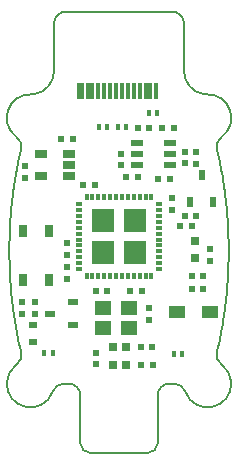
<source format=gtp>
G04*
G04 #@! TF.GenerationSoftware,Altium Limited,Altium Designer,21.5.1 (32)*
G04*
G04 Layer_Color=8421504*
%FSAX25Y25*%
%MOIN*%
G70*
G04*
G04 #@! TF.SameCoordinates,4E6474E7-3770-4CE9-8705-8CFC98EF6C10*
G04*
G04*
G04 #@! TF.FilePolarity,Positive*
G04*
G01*
G75*
%ADD12C,0.00787*%
%ADD14R,0.01280X0.02461*%
%ADD15R,0.05315X0.04331*%
%ADD16R,0.03937X0.02362*%
%ADD17R,0.01968X0.02165*%
%ADD18R,0.02165X0.01968*%
%ADD19R,0.05512X0.04724*%
%ADD20R,0.02165X0.01968*%
%ADD21R,0.01968X0.02165*%
%ADD22R,0.02756X0.02756*%
%ADD23R,0.01181X0.05709*%
%ADD24R,0.02559X0.04134*%
%ADD25R,0.01181X0.02165*%
%ADD26R,0.02165X0.01181*%
%ADD27R,0.02559X0.03150*%
%ADD28R,0.02362X0.03543*%
%ADD29R,0.03543X0.02362*%
%ADD30R,0.03150X0.02362*%
%ADD31R,0.03937X0.02756*%
G36*
X-0001575Y0003150D02*
Y-0004331D01*
X-0009055D01*
Y0003150D01*
X-0001575D01*
D02*
G37*
G36*
Y0013780D02*
Y0006299D01*
X-0009055D01*
Y0013780D01*
X-0001575D01*
D02*
G37*
G36*
X0009055Y0003150D02*
Y-0004331D01*
X0001575D01*
Y0003150D01*
X0009055D01*
D02*
G37*
G36*
Y0013780D02*
Y0006299D01*
X0001575D01*
Y0013780D01*
X0009055D01*
D02*
G37*
D12*
X-0017715Y0079726D02*
G03*
X-0021654Y0075787I0000000J-0003938D01*
G01*
X-0034152Y-0037918D02*
G03*
X-0037374Y-0043632I0004625J-0006373D01*
G01*
X0016811Y-0044291D02*
G03*
X0012874Y-0048228I0000000J-0003937D01*
G01*
X0021654Y0075787D02*
G03*
X0017715Y0079726I-0003938J0000000D01*
G01*
X0034152Y0037918D02*
G03*
X0032640Y0033797I0002312J-0003187D01*
G01*
X-0034152Y-0037918D02*
G03*
X-0032640Y-0033797I-0002312J0003187D01*
G01*
X0009729Y-0067323D02*
G03*
X0012874Y-0064177I0000000J0003145D01*
G01*
X0032640Y-0033797D02*
G03*
X0034152Y-0037918I0003824J-0000935D01*
G01*
X-0012874Y-0064177D02*
G03*
X-0009729Y-0067323I0003145J0000000D01*
G01*
X-0032640Y0033797D02*
G03*
X-0034152Y0037918I-0003824J0000935D01*
G01*
X0037367Y-0043558D02*
G03*
X0034152Y-0037918I-0007840J-0000734D01*
G01*
X-0029035Y0052150D02*
G03*
X-0034152Y0037918I-0000493J-0007859D01*
G01*
X-0012874Y-0048228D02*
G03*
X-0016811Y-0044291I-0003937J0000000D01*
G01*
X0021654Y0059953D02*
G03*
X0028362Y0052165I0007874J0000000D01*
G01*
X-0029035Y0052150D02*
G03*
X-0028362Y0052165I0000246J0003929D01*
G01*
X0022104Y-0046916D02*
G03*
X0037367Y-0043560I0007423J0002625D01*
G01*
X-0018392Y-0044291D02*
G03*
X-0022104Y-0046916I0000000J-0003937D01*
G01*
X0028362Y0052165D02*
G03*
X0029035Y0052150I0000426J0003914D01*
G01*
X0022104Y-0046916D02*
G03*
X0018392Y-0044291I-0003712J-0001312D01*
G01*
X-0037374Y-0043633D02*
G03*
X-0022104Y-0046916I0007846J-0000658D01*
G01*
X0034152Y0037918D02*
G03*
X0029035Y0052150I-0004625J0006373D01*
G01*
X-0028362Y0052165D02*
G03*
X-0021654Y0059953I-0001165J0007787D01*
G01*
Y0075787D01*
X0033507Y0029989D02*
X0033641Y0029344D01*
X-0033507Y0029989D02*
X-0033370Y0030630D01*
X0034269Y0026086D02*
X0034386Y0025428D01*
X-0034269Y0026086D02*
X-0034150Y0026743D01*
X0034924Y0022102D02*
X0035023Y0021431D01*
X0035118Y0020759D01*
X-0034924Y0022102D02*
X-0034823Y0022772D01*
X-0035840Y0014628D02*
X-0035773Y0015315D01*
X0036227Y0009787D02*
X0036270Y0009091D01*
X-0036182Y0010482D02*
X-0036133Y0011175D01*
X0036437Y0005603D02*
X0036461Y0004904D01*
X-0036410Y0006302D02*
X-0036380Y0007000D01*
X0036532Y0001402D02*
X0036537Y0000701D01*
X-0036524Y0002103D02*
X-0036513Y0002804D01*
X0036499Y-0003504D02*
X0036513Y-0002804D01*
X0036132Y-0011175D02*
X0036182Y-0010482D01*
X-0036228Y-0009787D02*
X-0036182Y-0010482D01*
X0035772Y-0015315D02*
X0035840Y-0014628D01*
X-0035905Y-0013940D02*
X-0035840Y-0014628D01*
X0035300Y-0019407D02*
X0035387Y-0018729D01*
X-0035470Y-0018049D02*
X-0035387Y-0018729D01*
X0034610Y-0024104D02*
X0034718Y-0023439D01*
X0033229Y-0031269D02*
X0033370Y-0030630D01*
X-0033641Y-0029344D02*
X-0033507Y-0029989D01*
X-0032792Y-0033169D02*
X-0032640Y-0033797D01*
X0016811Y-0044291D02*
X0018392D01*
X0032792Y0033169D02*
X0032940Y0032539D01*
X0033641Y0029344D02*
X0033773Y0028698D01*
X-0033370Y0030630D02*
X-0033230Y0031269D01*
X0034386Y0025428D02*
X0034500Y0024767D01*
X-0034150Y0026743D02*
X-0034027Y0027397D01*
X-0034823Y0022772D02*
X-0034718Y0023439D01*
X0035550Y0017368D02*
X0035627Y0016685D01*
X-0035387Y0018729D02*
X-0035301Y0019407D01*
X0035967Y0013250D02*
X0036025Y0012560D01*
X0036270Y0009091D02*
X0036310Y0008395D01*
X-0036380Y0007000D02*
X-0036346Y0007698D01*
X0036461Y0004904D02*
X0036481Y0004204D01*
X-0036513Y0002804D02*
X-0036499Y0003504D01*
X-0036537Y-0000701D02*
X-0036532Y-0001402D01*
X0036346Y-0007698D02*
X0036380Y-0007000D01*
X-0036461Y-0004904D02*
X-0036437Y-0005603D01*
X0036080Y-0011868D02*
X0036132Y-0011175D01*
X0035701Y-0016001D02*
X0035772Y-0015315D01*
X-0035967Y-0013250D02*
X-0035905Y-0013940D01*
X0035211Y-0020084D02*
X0035300Y-0019407D01*
X-0035550Y-0017368D02*
X-0035470Y-0018049D01*
X-0035023Y-0021431D02*
X-0034924Y-0022102D01*
X0033901Y-0028048D02*
X0034027Y-0027397D01*
X-0034386Y-0025428D02*
X-0034269Y-0026086D01*
X0033086Y-0031905D02*
X0033229Y-0031269D01*
X-0032941Y-0032539D02*
X-0032792Y-0033169D01*
X0012874Y-0064177D02*
Y-0048228D01*
X-0017715Y0079724D02*
X0017715D01*
X0032940Y0032539D02*
X0033086Y0031905D01*
X0033773Y0028698D02*
X0033901Y0028048D01*
X-0034718Y0023439D02*
X-0034610Y0024104D01*
X0035118Y0020759D02*
X0035211Y0020084D01*
X-0035301Y0019407D02*
X-0035211Y0020084D01*
X0035627Y0016685D02*
X0035701Y0016001D01*
X-0035773Y0015315D02*
X-0035702Y0016001D01*
X0036025Y0012560D02*
X0036080Y0011868D01*
X-0036133Y0011175D02*
X-0036081Y0011868D01*
X0036310Y0008395D02*
X0036346Y0007698D01*
X-0036499Y0003504D02*
X-0036481Y0004204D01*
X0036537Y0000701D02*
X0036538Y0000000D01*
X-0036538D02*
X-0036537Y-0000701D01*
X0036481Y-0004204D02*
X0036499Y-0003504D01*
X-0036481Y-0004204D02*
X-0036461Y-0004904D01*
X0036310Y-0008395D02*
X0036346Y-0007698D01*
X-0036270Y-0009091D02*
X-0036228Y-0009787D01*
X0036025Y-0012560D02*
X0036080Y-0011868D01*
X-0035628Y-0016685D02*
X-0035550Y-0017368D01*
X-0035119Y-0020759D02*
X-0035023Y-0021431D01*
X0034500Y-0024767D02*
X0034610Y-0024104D01*
X-0034500Y-0024767D02*
X-0034386Y-0025428D01*
X0033773Y-0028698D02*
X0033901Y-0028048D01*
X-0033773Y-0028698D02*
X-0033641Y-0029344D01*
X0032940Y-0032539D02*
X0033086Y-0031905D01*
X0021654Y0059953D02*
Y0075787D01*
X-0033230Y0031269D02*
X-0033086Y0031905D01*
X-0034027Y0027397D02*
X-0033902Y0028048D01*
X0034500Y0024767D02*
X0034610Y0024104D01*
X0035211Y0020084D02*
X0035300Y0019407D01*
X-0035211Y0020084D02*
X-0035119Y0020759D01*
X0035701Y0016001D02*
X0035772Y0015315D01*
X-0035702Y0016001D02*
X-0035628Y0016685D01*
X-0036081Y0011868D02*
X-0036025Y0012560D01*
X-0036346Y0007698D02*
X-0036310Y0008395D01*
X0036481Y0004204D02*
X0036499Y0003504D01*
X0036537Y-0000701D02*
X0036538Y0000000D01*
X0036461Y-0004904D02*
X0036481Y-0004204D01*
X-0036499Y-0003504D02*
X-0036481Y-0004204D01*
X0036270Y-0009091D02*
X0036310Y-0008395D01*
X-0036310D02*
X-0036270Y-0009091D01*
X-0036025Y-0012560D02*
X-0035967Y-0013250D01*
X0035627Y-0016685D02*
X0035701Y-0016001D01*
X0035118Y-0020759D02*
X0035211Y-0020084D01*
X0034386Y-0025428D02*
X0034500Y-0024767D01*
X-0034610Y-0024104D02*
X-0034500Y-0024767D01*
X0033641Y-0029344D02*
X0033773Y-0028698D01*
X-0033902Y-0028048D02*
X-0033773Y-0028698D01*
X-0033086Y-0031905D02*
X-0032941Y-0032539D01*
X-0009729Y-0067323D02*
X0009729D01*
X0033086Y0031905D02*
X0033229Y0031269D01*
X-0033086Y0031905D02*
X-0032941Y0032539D01*
X0033901Y0028048D02*
X0034027Y0027397D01*
X-0033902Y0028048D02*
X-0033773Y0028698D01*
X0034610Y0024104D02*
X0034718Y0023439D01*
X-0034610Y0024104D02*
X-0034500Y0024767D01*
X0035300Y0019407D02*
X0035387Y0018729D01*
X0036080Y0011868D02*
X0036132Y0011175D01*
X-0036025Y0012560D02*
X-0035967Y0013250D01*
X0036346Y0007698D02*
X0036380Y0007000D01*
X-0036310Y0008395D02*
X-0036270Y0009091D01*
X0036499Y0003504D02*
X0036513Y0002804D01*
X-0036481Y0004204D02*
X-0036461Y0004904D01*
X0036532Y-0001402D02*
X0036537Y-0000701D01*
X-0036538Y0000000D02*
X-0036537Y0000701D01*
X-0036346Y-0007698D02*
X-0036310Y-0008395D01*
X0035967Y-0013250D02*
X0036025Y-0012560D01*
X-0036081Y-0011868D02*
X-0036025Y-0012560D01*
X0035550Y-0017368D02*
X0035627Y-0016685D01*
X-0035702Y-0016001D02*
X-0035628Y-0016685D01*
X0035023Y-0021431D02*
X0035118Y-0020759D01*
X-0035211Y-0020084D02*
X-0035119Y-0020759D01*
X-0034027Y-0027397D02*
X-0033902Y-0028048D01*
X0032792Y-0033169D02*
X0032940Y-0032539D01*
X-0033230Y-0031269D02*
X-0033086Y-0031905D01*
X-0012874Y-0064177D02*
Y-0048228D01*
X0033229Y0031269D02*
X0033370Y0030630D01*
X0034027Y0027397D02*
X0034150Y0026743D01*
X-0033773Y0028698D02*
X-0033641Y0029344D01*
X0034718Y0023439D02*
X0034823Y0022772D01*
X-0034500Y0024767D02*
X-0034386Y0025428D01*
X-0035119Y0020759D02*
X-0035023Y0021431D01*
X0035772Y0015315D02*
X0035840Y0014628D01*
X-0035628Y0016685D02*
X-0035550Y0017368D01*
X0036132Y0011175D02*
X0036182Y0010482D01*
X-0036270Y0009091D02*
X-0036228Y0009787D01*
X0036380Y0007000D02*
X0036410Y0006302D01*
X-0036461Y0004904D02*
X-0036437Y0005603D01*
X0036513Y0002804D02*
X0036524Y0002103D01*
X-0036537Y0000701D02*
X-0036532Y0001402D01*
X0036437Y-0005603D02*
X0036461Y-0004904D01*
X-0036513Y-0002804D02*
X-0036499Y-0003504D01*
X0036227Y-0009787D02*
X0036270Y-0009091D01*
X0035905Y-0013940D02*
X0035967Y-0013250D01*
X-0036133Y-0011175D02*
X-0036081Y-0011868D01*
X0035470Y-0018049D02*
X0035550Y-0017368D01*
X-0035773Y-0015315D02*
X-0035702Y-0016001D01*
X-0035301Y-0019407D02*
X-0035211Y-0020084D01*
X0034269Y-0026086D02*
X0034386Y-0025428D01*
X-0034718Y-0023439D02*
X-0034610Y-0024104D01*
X0033507Y-0029989D02*
X0033641Y-0029344D01*
X0032640Y-0033797D02*
X0032792Y-0033169D01*
X-0018392Y-0044291D02*
X-0016811D01*
X-0032941Y0032539D02*
X-0032792Y0033169D01*
X0033370Y0030630D02*
X0033507Y0029989D01*
X-0034386Y0025428D02*
X-0034269Y0026086D01*
X-0035023Y0021431D02*
X-0034924Y0022102D01*
X0035387Y0018729D02*
X0035470Y0018049D01*
X-0035550Y0017368D02*
X-0035470Y0018049D01*
X0035840Y0014628D02*
X0035905Y0013940D01*
X-0035967Y0013250D02*
X-0035905Y0013940D01*
X0036182Y0010482D02*
X0036227Y0009787D01*
X-0036532Y0001402D02*
X-0036524Y0002103D01*
X0036524Y-0002103D02*
X0036532Y-0001402D01*
X-0036524Y-0002103D02*
X-0036513Y-0002804D01*
X0036410Y-0006302D02*
X0036437Y-0005603D01*
X-0036410Y-0006302D02*
X-0036380Y-0007000D01*
X-0036346Y-0007698D01*
X0036182Y-0010482D02*
X0036227Y-0009787D01*
X0035840Y-0014628D02*
X0035905Y-0013940D01*
X-0035387Y-0018729D02*
X-0035301Y-0019407D01*
X0034924Y-0022102D02*
X0035023Y-0021431D01*
X-0034823Y-0022772D02*
X-0034718Y-0023439D01*
X0034150Y-0026743D02*
X0034269Y-0026086D01*
X-0034150Y-0026743D02*
X-0034027Y-0027397D01*
X0033370Y-0030630D02*
X0033507Y-0029989D01*
X-0033370Y-0030630D02*
X-0033230Y-0031269D01*
X0037367Y-0043560D02*
Y-0043558D01*
X0032640Y0033797D02*
X0032792Y0033169D01*
X-0032792D02*
X-0032640Y0033797D01*
X-0033641Y0029344D02*
X-0033507Y0029989D01*
X0034150Y0026743D02*
X0034269Y0026086D01*
X0034823Y0022772D02*
X0034924Y0022102D01*
X0035470Y0018049D02*
X0035550Y0017368D01*
X-0035470Y0018049D02*
X-0035387Y0018729D01*
X0035905Y0013940D02*
X0035967Y0013250D01*
X-0035905Y0013940D02*
X-0035840Y0014628D01*
X-0036228Y0009787D02*
X-0036182Y0010482D01*
X0036410Y0006302D02*
X0036437Y0005603D01*
X-0036437D02*
X-0036410Y0006302D01*
X0036524Y0002103D02*
X0036532Y0001402D01*
X0036513Y-0002804D02*
X0036524Y-0002103D01*
X-0036532Y-0001402D02*
X-0036524Y-0002103D01*
X0036380Y-0007000D02*
X0036410Y-0006302D01*
X-0036437Y-0005603D02*
X-0036410Y-0006302D01*
X-0036182Y-0010482D02*
X-0036133Y-0011175D01*
X-0035840Y-0014628D02*
X-0035773Y-0015315D01*
X0035387Y-0018729D02*
X0035470Y-0018049D01*
X0034823Y-0022772D02*
X0034924Y-0022102D01*
X0034718Y-0023439D02*
X0034823Y-0022772D01*
X-0034924Y-0022102D02*
X-0034823Y-0022772D01*
X0034027Y-0027397D02*
X0034150Y-0026743D01*
X-0034269Y-0026086D02*
X-0034150Y-0026743D01*
X-0033507Y-0029989D02*
X-0033370Y-0030630D01*
X-0037374Y-0043633D02*
Y-0043632D01*
D14*
X0012697Y0045768D02*
D03*
X0009941D02*
D03*
X0002334Y0041189D02*
D03*
X-0000421D02*
D03*
X-0006682Y0041129D02*
D03*
X-0003926D02*
D03*
X-0022146Y-0033957D02*
D03*
X-0024902D02*
D03*
X0018406Y-0034449D02*
D03*
X0021161D02*
D03*
D15*
X0019193Y-0020472D02*
D03*
X0030413D02*
D03*
X0019193D02*
D03*
X0030413D02*
D03*
D16*
X0016929Y0035925D02*
D03*
Y0032185D02*
D03*
Y0028445D02*
D03*
X0006102D02*
D03*
Y0032185D02*
D03*
Y0035925D02*
D03*
D17*
X0003753Y-0013434D02*
D03*
X0007690D02*
D03*
X-0007776Y-0013484D02*
D03*
X-0003839D02*
D03*
X-0007972Y0021850D02*
D03*
X-0011909D02*
D03*
X-0015354Y0037402D02*
D03*
X-0019291D02*
D03*
D18*
X0000591Y0032382D02*
D03*
Y0028445D02*
D03*
X-0007579Y-0037894D02*
D03*
Y-0033957D02*
D03*
X0025526Y0029052D02*
D03*
Y0032989D02*
D03*
X0021835Y0029091D02*
D03*
Y0033028D02*
D03*
X0030413Y-0003445D02*
D03*
Y0000492D02*
D03*
X-0017355Y-0001451D02*
D03*
Y0002486D02*
D03*
X-0028051Y-0017126D02*
D03*
Y-0021063D02*
D03*
D19*
X-0005217Y-0018996D02*
D03*
X0003445D02*
D03*
Y-0025689D02*
D03*
X-0005217D02*
D03*
D20*
X0009941Y-0022933D02*
D03*
Y-0018996D02*
D03*
X0017717Y0013583D02*
D03*
Y0017520D02*
D03*
X-0017421Y-0005315D02*
D03*
Y-0009252D02*
D03*
X-0032283Y-0017028D02*
D03*
Y-0020965D02*
D03*
X-0031201Y0024311D02*
D03*
Y0028248D02*
D03*
D21*
X0021850Y0011516D02*
D03*
X0025787D02*
D03*
X0012894Y0023819D02*
D03*
X0016831D02*
D03*
X0010138Y0041043D02*
D03*
X0006201D02*
D03*
X0014469Y0040945D02*
D03*
X0018406D02*
D03*
X0024336Y0008087D02*
D03*
X0020399D02*
D03*
X0002283Y0024705D02*
D03*
X0006220D02*
D03*
X0028150Y-0008424D02*
D03*
X0024213D02*
D03*
X0028150Y-0012795D02*
D03*
X0024213D02*
D03*
X0007480Y-0037992D02*
D03*
X0011417D02*
D03*
X0007185Y-0032087D02*
D03*
X0011122D02*
D03*
D22*
X0025197Y-0002559D02*
D03*
Y0003347D02*
D03*
D23*
X-0013386Y0053347D02*
D03*
X-0012205D02*
D03*
X0009055D02*
D03*
X0012205D02*
D03*
X-0009055D02*
D03*
X-0002953D02*
D03*
X-0000984D02*
D03*
X0002953Y0053324D02*
D03*
X0006890Y0053347D02*
D03*
X0000984D02*
D03*
X-0004921D02*
D03*
X-0010236D02*
D03*
X-0006890D02*
D03*
X0004921D02*
D03*
X0010236D02*
D03*
D24*
X-0031890Y-0009744D02*
D03*
Y0006594D02*
D03*
X-0023425Y-0009744D02*
D03*
Y0006594D02*
D03*
D25*
X-0010827Y-0008563D02*
D03*
X-0008858D02*
D03*
X-0006890D02*
D03*
X-0004921D02*
D03*
X-0002953D02*
D03*
X-0000984D02*
D03*
X0000984D02*
D03*
X0002953D02*
D03*
X0004921D02*
D03*
X0006890D02*
D03*
X0008858D02*
D03*
X0010827D02*
D03*
Y0018012D02*
D03*
X0008858D02*
D03*
X0006890D02*
D03*
X0004921D02*
D03*
X0002953D02*
D03*
X0000984D02*
D03*
X-0000984D02*
D03*
X-0002953D02*
D03*
X-0004921D02*
D03*
X-0006890D02*
D03*
X-0008858D02*
D03*
X-0010827D02*
D03*
D26*
X0013287Y-0006102D02*
D03*
Y-0004134D02*
D03*
Y-0002165D02*
D03*
Y-0000197D02*
D03*
Y0001772D02*
D03*
Y0003740D02*
D03*
Y0005709D02*
D03*
Y0007677D02*
D03*
Y0009646D02*
D03*
Y0011614D02*
D03*
Y0013583D02*
D03*
Y0015551D02*
D03*
X-0013287D02*
D03*
Y0013583D02*
D03*
Y0011614D02*
D03*
Y0009646D02*
D03*
Y0007677D02*
D03*
Y0005709D02*
D03*
Y0003740D02*
D03*
Y0001772D02*
D03*
Y-0000197D02*
D03*
Y-0002165D02*
D03*
Y-0004134D02*
D03*
Y-0006102D02*
D03*
D27*
X-0002165Y-0032087D02*
D03*
Y-0037992D02*
D03*
X0002165D02*
D03*
Y-0032087D02*
D03*
D28*
X0023819Y0016142D02*
D03*
X0031299D02*
D03*
X0027559Y0025197D02*
D03*
D29*
X-0023130Y-0020965D02*
D03*
X-0015256Y-0017224D02*
D03*
Y-0024705D02*
D03*
D30*
X-0028740Y-0030315D02*
D03*
Y-0024803D02*
D03*
D31*
X-0016535Y0024902D02*
D03*
Y0028642D02*
D03*
Y0032382D02*
D03*
X-0025984D02*
D03*
Y0024902D02*
D03*
M02*

</source>
